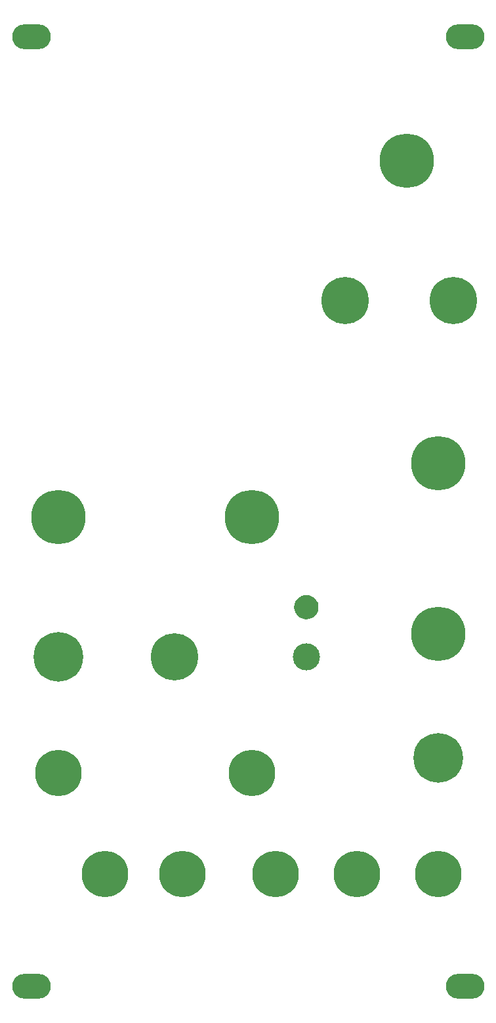
<source format=gbr>
%TF.GenerationSoftware,KiCad,Pcbnew,8.0.1*%
%TF.CreationDate,2024-04-24T15:30:04+01:00*%
%TF.ProjectId,Kishoof_Panel,4b697368-6f6f-4665-9f50-616e656c2e6b,rev?*%
%TF.SameCoordinates,Original*%
%TF.FileFunction,Soldermask,Bot*%
%TF.FilePolarity,Negative*%
%FSLAX46Y46*%
G04 Gerber Fmt 4.6, Leading zero omitted, Abs format (unit mm)*
G04 Created by KiCad (PCBNEW 8.0.1) date 2024-04-24 15:30:04*
%MOMM*%
%LPD*%
G01*
G04 APERTURE LIST*
%ADD10C,6.000000*%
%ADD11C,6.100000*%
%ADD12C,6.400000*%
%ADD13C,3.500000*%
%ADD14O,5.000000X3.200000*%
%ADD15C,7.000000*%
G04 APERTURE END LIST*
D10*
%TO.C,Ref\u002A\u002A*%
X91000000Y-128000000D03*
%TD*%
D11*
%TO.C,Ref\u002A\u002A*%
X81000000Y-113000000D03*
%TD*%
D12*
%TO.C,Ref\u002A\u002A*%
X115000000Y-126000000D03*
%TD*%
%TO.C,Ref\u002A\u002A*%
X66000000Y-113000000D03*
%TD*%
D11*
%TO.C,Ref\u002A\u002A*%
X117000000Y-67000000D03*
%TD*%
D10*
%TO.C,Ref\u002A\u002A*%
X82000000Y-141000000D03*
%TD*%
D13*
%TO.C,Ref\u002A\u002A*%
X98000000Y-113000000D03*
%TD*%
D14*
%TO.C,Ref\u002A\u002A*%
X118500000Y-33000000D03*
%TD*%
D15*
%TO.C,Ref\u002A\u002A*%
X91000000Y-95000000D03*
%TD*%
D10*
%TO.C,Ref\u002A\u002A*%
X72000000Y-141000000D03*
%TD*%
D15*
%TO.C,Ref\u002A\u002A*%
X115000000Y-88000000D03*
%TD*%
%TO.C,Ref\u002A\u002A*%
X111000000Y-49000000D03*
%TD*%
D14*
%TO.C,Ref\u002A\u002A*%
X62500000Y-155500000D03*
%TD*%
D10*
%TO.C,Ref\u002A\u002A*%
X94000000Y-141000000D03*
%TD*%
D11*
%TO.C,Ref\u002A\u002A*%
X103000000Y-67000000D03*
%TD*%
D15*
%TO.C,Ref\u002A\u002A*%
X115000000Y-110000000D03*
%TD*%
D14*
%TO.C,Ref\u002A\u002A*%
X118500000Y-155500000D03*
%TD*%
D15*
%TO.C,Ref\u002A\u002A*%
X66000000Y-95000000D03*
%TD*%
D10*
%TO.C,Ref\u002A\u002A*%
X66000000Y-128000000D03*
%TD*%
%TO.C,Ref\u002A\u002A*%
X115000000Y-141000000D03*
%TD*%
D14*
%TO.C,Ref\u002A\u002A*%
X62500000Y-33000000D03*
%TD*%
D10*
%TO.C,Ref\u002A\u002A*%
X104500000Y-141000000D03*
%TD*%
G36*
X98290927Y-105042208D02*
G01*
X98301061Y-105043414D01*
X98323082Y-105046960D01*
X98332724Y-105048908D01*
X98514642Y-105093235D01*
X98533313Y-105099389D01*
X98701377Y-105169994D01*
X98718842Y-105179021D01*
X98873904Y-105275468D01*
X98889261Y-105286743D01*
X99107502Y-105474413D01*
X99120552Y-105487445D01*
X99308717Y-105705611D01*
X99320054Y-105721014D01*
X99416881Y-105876382D01*
X99425981Y-105893973D01*
X99496602Y-106062215D01*
X99502784Y-106081030D01*
X99546885Y-106263189D01*
X99548831Y-106272909D01*
X99552095Y-106293452D01*
X99553268Y-106303424D01*
X99574857Y-106584793D01*
X99574768Y-106604859D01*
X99551072Y-106881557D01*
X99548015Y-106900266D01*
X99505876Y-107073620D01*
X99500424Y-107090614D01*
X99433620Y-107256660D01*
X99425784Y-107272694D01*
X99333595Y-107431286D01*
X99328833Y-107438839D01*
X99303409Y-107476115D01*
X99296041Y-107485851D01*
X99119471Y-107696728D01*
X99102052Y-107713796D01*
X98891969Y-107882545D01*
X98872554Y-107895343D01*
X98632958Y-108022808D01*
X98612585Y-108031413D01*
X98348307Y-108116164D01*
X98337628Y-108119070D01*
X98301200Y-108127256D01*
X98291906Y-108128975D01*
X98109122Y-108155630D01*
X98090281Y-108156924D01*
X97910310Y-108155548D01*
X97891491Y-108153966D01*
X97713851Y-108125282D01*
X97695431Y-108120841D01*
X97426885Y-108033914D01*
X97409299Y-108026690D01*
X97152962Y-107897598D01*
X97144651Y-107893006D01*
X97142693Y-107891824D01*
X97134322Y-107886297D01*
X96979562Y-107774868D01*
X96964319Y-107761902D01*
X96833067Y-107630599D01*
X96820107Y-107615351D01*
X96708749Y-107460563D01*
X96703276Y-107452273D01*
X96702760Y-107451419D01*
X96698137Y-107443057D01*
X96568852Y-107186283D01*
X96561653Y-107168769D01*
X96474425Y-106899783D01*
X96469993Y-106881479D01*
X96440975Y-106703426D01*
X96439367Y-106684762D01*
X96437502Y-106504322D01*
X96438723Y-106485629D01*
X96464722Y-106302302D01*
X96466388Y-106293080D01*
X96474192Y-106257594D01*
X96477096Y-106246752D01*
X96561084Y-105981839D01*
X96569765Y-105961167D01*
X96697157Y-105721223D01*
X96710165Y-105701516D01*
X96879457Y-105491650D01*
X96896884Y-105473998D01*
X97108907Y-105298429D01*
X97118855Y-105290998D01*
X97154598Y-105266991D01*
X97165818Y-105260285D01*
X97409123Y-105131761D01*
X97433361Y-105122066D01*
X97693231Y-105048724D01*
X97716099Y-105044534D01*
X97989935Y-105020565D01*
X98010327Y-105020464D01*
X98290927Y-105042208D01*
G37*
M02*

</source>
